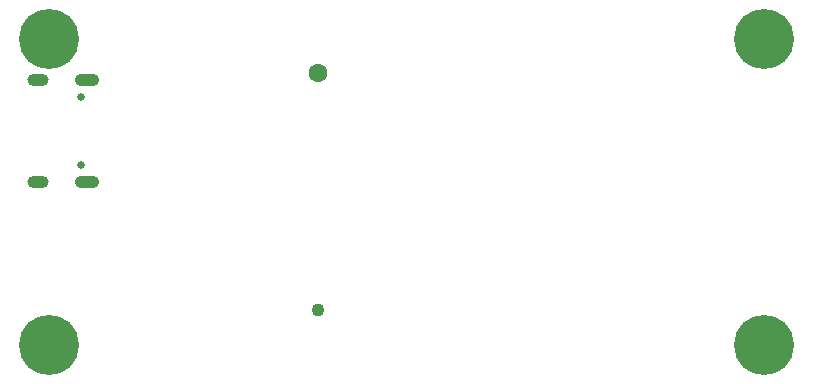
<source format=gbs>
G04*
G04 #@! TF.GenerationSoftware,Altium Limited,Altium Designer,24.9.1 (31)*
G04*
G04 Layer_Color=10517442*
%FSLAX25Y25*%
%MOIN*%
G70*
G04*
G04 #@! TF.SameCoordinates,6CE62DF4-74A3-4477-B2B1-5A016BC00F72*
G04*
G04*
G04 #@! TF.FilePolarity,Negative*
G04*
G01*
G75*
%ADD50C,0.06299*%
%ADD51C,0.04331*%
%ADD53C,0.02559*%
G04:AMPARAMS|DCode=54|XSize=39.37mil|YSize=82.68mil|CornerRadius=19.68mil|HoleSize=0mil|Usage=FLASHONLY|Rotation=270.000|XOffset=0mil|YOffset=0mil|HoleType=Round|Shape=RoundedRectangle|*
%AMROUNDEDRECTD54*
21,1,0.03937,0.04331,0,0,270.0*
21,1,0.00000,0.08268,0,0,270.0*
1,1,0.03937,-0.02165,0.00000*
1,1,0.03937,-0.02165,0.00000*
1,1,0.03937,0.02165,0.00000*
1,1,0.03937,0.02165,0.00000*
%
%ADD54ROUNDEDRECTD54*%
G04:AMPARAMS|DCode=55|XSize=39.37mil|YSize=70.87mil|CornerRadius=19.68mil|HoleSize=0mil|Usage=FLASHONLY|Rotation=270.000|XOffset=0mil|YOffset=0mil|HoleType=Round|Shape=RoundedRectangle|*
%AMROUNDEDRECTD55*
21,1,0.03937,0.03150,0,0,270.0*
21,1,0.00000,0.07087,0,0,270.0*
1,1,0.03937,-0.01575,0.00000*
1,1,0.03937,-0.01575,0.00000*
1,1,0.03937,0.01575,0.00000*
1,1,0.03937,0.01575,0.00000*
%
%ADD55ROUNDEDRECTD55*%
%ADD56C,0.20000*%
%ADD61C,0.00394*%
D50*
X104626Y101870D02*
D03*
D51*
Y23130D02*
D03*
D53*
X25650Y71299D02*
D03*
Y94055D02*
D03*
D54*
X27618Y65669D02*
D03*
Y99685D02*
D03*
D55*
X11161Y65669D02*
D03*
Y99685D02*
D03*
D56*
X253150Y11417D02*
D03*
X14961D02*
D03*
Y113386D02*
D03*
X253150D02*
D03*
D61*
X260630Y62500D02*
D03*
M02*

</source>
